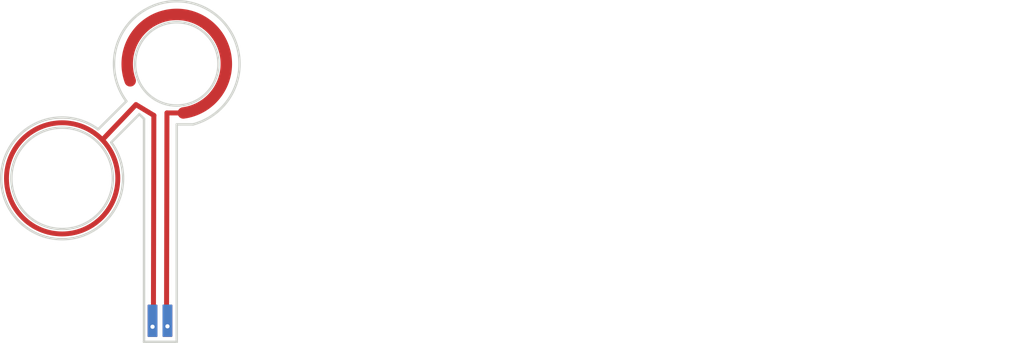
<source format=kicad_pcb>
(kicad_pcb (version 20221018) (generator pcbnew)

  (general
    (thickness 1.6)
  )

  (paper "A4")
  (layers
    (0 "F.Cu" signal)
    (31 "B.Cu" signal)
    (32 "B.Adhes" user "B.Adhesive")
    (33 "F.Adhes" user "F.Adhesive")
    (34 "B.Paste" user)
    (35 "F.Paste" user)
    (36 "B.SilkS" user "B.Silkscreen")
    (37 "F.SilkS" user "F.Silkscreen")
    (38 "B.Mask" user)
    (39 "F.Mask" user)
    (40 "Dwgs.User" user "User.Drawings")
    (41 "Cmts.User" user "User.Comments")
    (42 "Eco1.User" user "User.Eco1")
    (43 "Eco2.User" user "User.Eco2")
    (44 "Edge.Cuts" user)
    (45 "Margin" user)
    (46 "B.CrtYd" user "B.Courtyard")
    (47 "F.CrtYd" user "F.Courtyard")
    (48 "B.Fab" user)
    (49 "F.Fab" user)
  )

  (setup
    (stackup
      (layer "F.SilkS" (type "Top Silk Screen"))
      (layer "F.Paste" (type "Top Solder Paste"))
      (layer "F.Mask" (type "Top Solder Mask") (thickness 0.01))
      (layer "F.Cu" (type "copper") (thickness 0.035))
      (layer "dielectric 1" (type "core") (thickness 1.51) (material "FR4") (epsilon_r 4.5) (loss_tangent 0.02))
      (layer "B.Cu" (type "copper") (thickness 0.035))
      (layer "B.Mask" (type "Bottom Solder Mask") (thickness 0.01))
      (layer "B.Paste" (type "Bottom Solder Paste"))
      (layer "B.SilkS" (type "Bottom Silk Screen"))
      (copper_finish "None")
      (dielectric_constraints no)
    )
    (pad_to_mask_clearance 0)
    (pcbplotparams
      (layerselection 0x00010fc_ffffffff)
      (plot_on_all_layers_selection 0x0000000_00000000)
      (disableapertmacros false)
      (usegerberextensions false)
      (usegerberattributes false)
      (usegerberadvancedattributes false)
      (creategerberjobfile false)
      (dashed_line_dash_ratio 12.000000)
      (dashed_line_gap_ratio 3.000000)
      (svgprecision 6)
      (plotframeref false)
      (viasonmask false)
      (mode 1)
      (useauxorigin false)
      (hpglpennumber 1)
      (hpglpenspeed 20)
      (hpglpendiameter 15.000000)
      (dxfpolygonmode true)
      (dxfimperialunits true)
      (dxfusepcbnewfont true)
      (psnegative false)
      (psa4output false)
      (plotreference true)
      (plotvalue true)
      (plotinvisibletext false)
      (sketchpadsonfab false)
      (subtractmaskfromsilk false)
      (outputformat 1)
      (mirror false)
      (drillshape 0)
      (scaleselection 1)
      (outputdirectory "Output/")
    )
  )

  (net 0 "")

  (gr_arc (start 47.155974 31.03514) (mid 51.567955 27.411272) (end 50.4 33)
    (stroke (width 0.7) (type solid)) (layer "F.Cu") (tstamp 00000000-0000-0000-0000-00005cc2d0ec))
  (gr_circle (center 43 37) (end 46.4 37)
    (stroke (width 0.3) (type solid)) (fill none) (layer "F.Cu") (tstamp 00000000-0000-0000-0000-00005cc2d0f0))
  (gr_line (start 48.575 45.45) (end 48.6 33.15)
    (stroke (width 0.3048) (type solid)) (layer "F.Cu") (tstamp 00000000-0000-0000-0000-00005cc2d0f1))
  (gr_line (start 49.375 45.45) (end 49.4 33)
    (stroke (width 0.3048) (type solid)) (layer "F.Cu") (tstamp 00000000-0000-0000-0000-00005cc2d0f2))
  (gr_line (start 47.509016 32.490984) (end 45.5 34.6)
    (stroke (width 0.3048) (type solid)) (layer "F.Cu") (tstamp 00000000-0000-0000-0000-00005cc2d0fb))
  (gr_poly
    (pts
      (xy 49.18 44.77)
      (xy 49.18 46.545)
      (xy 49.18 46.645)
      (xy 49.68 46.645)
      (xy 49.68 44.77)
    )

    (stroke (width 0.1) (type solid)) (fill solid) (layer "F.Cu") (tstamp 00000000-0000-0000-0000-00005d3f5822))
  (gr_poly
    (pts
      (xy 48.27 44.775)
      (xy 48.27 46.55)
      (xy 48.27 46.65)
      (xy 48.77 46.65)
      (xy 48.77 44.775)
    )

    (stroke (width 0.1) (type solid)) (fill solid) (layer "F.Cu") (tstamp 00000000-0000-0000-0000-00005d3f5828))
  (gr_line (start 47.509016 32.490984) (end 48.6 33.15)
    (stroke (width 0.3048) (type default)) (layer "F.Cu") (tstamp af56462c-0456-4452-b369-835b74889517))
  (gr_line (start 49.4 33) (end 50.4 33)
    (stroke (width 0.3048) (type solid)) (layer "F.Cu") (tstamp cac1029b-8f00-4ecf-a499-c2a3508ccaa1))
  (gr_poly
    (pts
      (xy 48.27 44.775)
      (xy 48.27 46.55)
      (xy 48.27 46.65)
      (xy 48.77 46.65)
      (xy 48.77 44.775)
    )

    (stroke (width 0.1) (type solid)) (fill solid) (layer "B.Cu") (tstamp a26bc030-7d8a-4b19-aa84-9206cc0de2b0))
  (gr_poly
    (pts
      (xy 49.18 44.77)
      (xy 49.18 46.545)
      (xy 49.18 46.645)
      (xy 49.68 46.645)
      (xy 49.68 44.77)
    )

    (stroke (width 0.1) (type solid)) (fill solid) (layer "B.Cu") (tstamp f8e9fc00-8f60-4688-b1c9-6de1e4c0c204))
  (gr_circle (center 49.43 46.045) (end 49.557 46.045)
    (stroke (width 0.254) (type solid)) (fill none) (layer "B.Mask") (tstamp 00000000-0000-0000-0000-00005d3f582e))
  (gr_circle (center 48.522 46.075) (end 48.649 46.075)
    (stroke (width 0.254) (type solid)) (fill none) (layer "B.Mask") (tstamp 00000000-0000-0000-0000-00005d3f5831))
  (gr_poly
    (pts
      (xy 48.27 44.775)
      (xy 48.27 46.55)
      (xy 48.27 46.65)
      (xy 48.77 46.65)
      (xy 48.77 44.775)
    )

    (stroke (width 0.1) (type solid)) (fill solid) (layer "B.Mask") (tstamp 6aa0c7aa-154b-4cf1-b26b-41c107eb038a))
  (gr_poly
    (pts
      (xy 49.18 44.77)
      (xy 49.18 46.545)
      (xy 49.18 46.645)
      (xy 49.68 46.645)
      (xy 49.68 44.77)
    )

    (stroke (width 0.1) (type solid)) (fill solid) (layer "B.Mask") (tstamp e22d95a1-cf42-4652-ae68-374fda22460e))
  (gr_circle (center 50 30) (end 52.925 30)
    (stroke (width 0.45) (type solid)) (fill none) (layer "F.Mask") (tstamp 00000000-0000-0000-0000-00005cc2d0e7))
  (gr_circle (center 43 37) (end 46.5 37)
    (stroke (width 0.5) (type solid)) (fill none) (layer "F.Mask") (tstamp 00000000-0000-0000-0000-00005cc2d0f3))
  (gr_poly
    (pts
      (xy 48.27 44.775)
      (xy 48.27 46.55)
      (xy 48.27 46.65)
      (xy 48.77 46.65)
      (xy 48.77 44.775)
    )

    (stroke (width 0.1) (type solid)) (fill solid) (layer "F.Mask") (tstamp 00000000-0000-0000-0000-00005d3f5825))
  (gr_poly
    (pts
      (xy 49.18 44.77)
      (xy 49.18 46.545)
      (xy 49.18 46.645)
      (xy 49.68 46.645)
      (xy 49.68 44.77)
    )

    (stroke (width 0.1) (type solid)) (fill solid) (layer "F.Mask") (tstamp 00000000-0000-0000-0000-00005d3f582b))
  (gr_arc (start 45.999999 34.800001) (mid 40.369412 39.630588) (end 45.199999 34.000001)
    (stroke (width 0.15) (type solid)) (layer "Edge.Cuts") (tstamp 00000000-0000-0000-0000-00005cc2d0e6))
  (gr_line (start 48 47) (end 50 47)
    (stroke (width 0.15) (type solid)) (layer "Edge.Cuts") (tstamp 00000000-0000-0000-0000-00005cc2d0e8))
  (gr_line (start 46.921924 32.283734) (end 45.2 34)
    (stroke (width 0.15) (type solid)) (layer "Edge.Cuts") (tstamp 00000000-0000-0000-0000-00005cc2d0e9))
  (gr_line (start 48 47) (end 48 33.36)
    (stroke (width 0.15) (type solid)) (layer "Edge.Cuts") (tstamp 00000000-0000-0000-0000-00005cc2d0ea))
  (gr_line (start 47.713529 33.076043) (end 45.999999 34.800001)
    (stroke (width 0.15) (type solid)) (layer "Edge.Cuts") (tstamp 00000000-0000-0000-0000-00005cc2d0eb))
  (gr_line (start 50 47) (end 50 33.7)
    (stroke (width 0.15) (type solid)) (layer "Edge.Cuts") (tstamp 00000000-0000-0000-0000-00005cc2d0ed))
  (gr_circle (center 50 30) (end 52.5476 30)
    (stroke (width 0.15) (type solid)) (fill none) (layer "Edge.Cuts") (tstamp 00000000-0000-0000-0000-00005cc2d0ee))
  (gr_arc (start 46.921924 32.283734) (mid 51.257399 26.379373) (end 50.999999 33.699999)
    (stroke (width 0.15) (type solid)) (layer "Edge.Cuts") (tstamp 00000000-0000-0000-0000-00005cc2d0ef))
  (gr_circle (center 43 37) (end 43.1 40.1)
    (stroke (width 0.15) (type solid)) (fill none) (layer "Edge.Cuts") (tstamp 00000000-0000-0000-0000-00005cc2d0f8))
  (gr_line (start 50.999999 33.699999) (end 50 33.7)
    (stroke (width 0.15) (type default)) (layer "Edge.Cuts") (tstamp 027cee5d-3e93-4100-a40e-6ca9b143ec1e))
  (gr_line (start 47.713529 33.076043) (end 48 33.36)
    (stroke (width 0.15) (type solid)) (layer "Edge.Cuts") (tstamp 060c16a1-5c47-40bb-a2c1-84c41f0b7480))
  (gr_text "FH19C Series\n\nThickness : 0.2 ± 0.03mm Gold plated" (at 56.375 35.1) (layer "Cmts.User") (tstamp e2df0977-0530-4f49-8492-7a92d5ed2e6b)
    (effects (font (size 1.5 1.5) (thickness 0.3)) (justify left))
  )

  (via (at 48.52 46.075) (size 0.508) (drill 0.254) (layers "F.Cu" "B.Cu") (net 0) (tstamp 00000000-0000-0000-0000-00005d3f581c))
  (via (at 49.430317 46.048808) (size 0.508) (drill 0.254) (layers "F.Cu" "B.Cu") (net 0) (tstamp 00000000-0000-0000-0000-00005d3f581f))

  (group "PAD1" (id 879609b1-cb6b-483e-96e3-92066a36035d)
    (members
      00000000-0000-0000-0000-00005d3f581c
      00000000-0000-0000-0000-00005d3f5825
      00000000-0000-0000-0000-00005d3f5828
      00000000-0000-0000-0000-00005d3f5831
      6aa0c7aa-154b-4cf1-b26b-41c107eb038a
      a26bc030-7d8a-4b19-aa84-9206cc0de2b0
    )
  )
)

</source>
